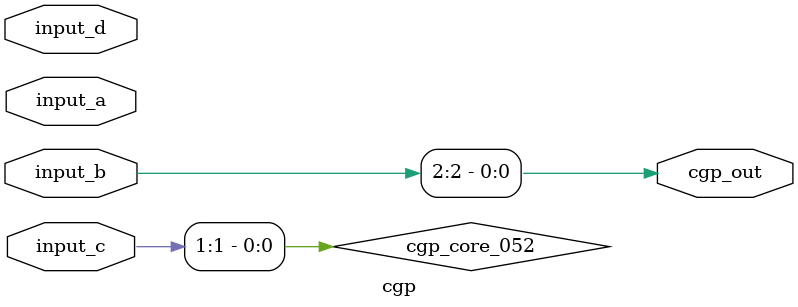
<source format=v>
module cgp(input [2:0] input_a, input [2:0] input_b, input [2:0] input_c, input [2:0] input_d, output [0:0] cgp_out);
  wire cgp_core_014;
  wire cgp_core_017;
  wire cgp_core_020;
  wire cgp_core_022;
  wire cgp_core_023;
  wire cgp_core_024;
  wire cgp_core_025_not;
  wire cgp_core_027_not;
  wire cgp_core_028;
  wire cgp_core_029;
  wire cgp_core_030;
  wire cgp_core_031;
  wire cgp_core_034;
  wire cgp_core_036;
  wire cgp_core_038;
  wire cgp_core_039;
  wire cgp_core_040_not;
  wire cgp_core_041;
  wire cgp_core_042;
  wire cgp_core_045;
  wire cgp_core_046;
  wire cgp_core_047_not;
  wire cgp_core_049;
  wire cgp_core_050;
  wire cgp_core_051;
  wire cgp_core_052;
  wire cgp_core_053;
  wire cgp_core_054;
  wire cgp_core_055;
  wire cgp_core_056;
  wire cgp_core_057;
  wire cgp_core_058_not;

  assign cgp_core_014 = ~input_c[1];
  assign cgp_core_017 = input_d[2] | input_b[1];
  assign cgp_core_020 = input_a[2] | input_a[1];
  assign cgp_core_022 = input_c[2] & input_a[2];
  assign cgp_core_023 = ~(input_a[0] ^ input_c[1]);
  assign cgp_core_024 = input_a[1] & input_c[0];
  assign cgp_core_025_not = ~input_c[2];
  assign cgp_core_027_not = ~input_a[1];
  assign cgp_core_028 = input_d[2] & input_a[1];
  assign cgp_core_029 = ~(input_a[1] | input_c[2]);
  assign cgp_core_030 = ~(input_d[1] | input_d[0]);
  assign cgp_core_031 = input_b[0] | input_a[2];
  assign cgp_core_034 = ~(input_c[2] | input_d[2]);
  assign cgp_core_036 = ~(input_d[0] & input_a[2]);
  assign cgp_core_038 = ~(input_c[0] ^ input_d[0]);
  assign cgp_core_039 = input_a[2] & input_b[1];
  assign cgp_core_040_not = ~input_b[2];
  assign cgp_core_041 = ~input_b[2];
  assign cgp_core_042 = ~(input_d[1] ^ input_a[2]);
  assign cgp_core_045 = ~(input_b[1] ^ input_b[1]);
  assign cgp_core_046 = ~input_b[2];
  assign cgp_core_047_not = ~input_a[1];
  assign cgp_core_049 = ~input_b[0];
  assign cgp_core_050 = input_c[0] ^ input_d[2];
  assign cgp_core_051 = ~(input_d[2] | input_c[2]);
  assign cgp_core_052 = ~cgp_core_014;
  assign cgp_core_053 = ~(input_d[1] ^ input_b[2]);
  assign cgp_core_054 = input_b[1] ^ input_c[0];
  assign cgp_core_055 = ~input_d[0];
  assign cgp_core_056 = ~input_d[1];
  assign cgp_core_057 = input_d[0] ^ input_a[0];
  assign cgp_core_058_not = ~input_b[2];

  assign cgp_out[0] = input_b[2];
endmodule
</source>
